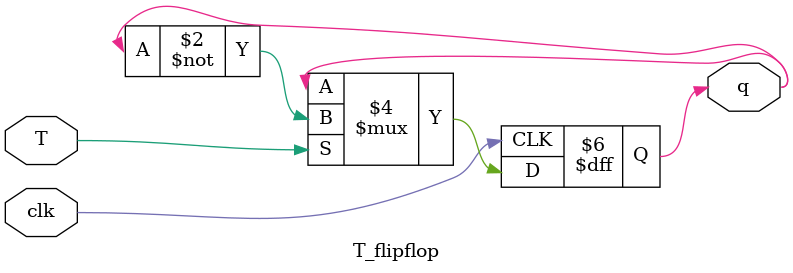
<source format=v>

module T_flipflop(T,clk,q);
    input T,clk;
    output reg q;

    initial q=0;  // need to initalized some values else displays x

    always @(posedge clk)
    begin
        if(T)
            q <= ~q;
    end
endmodule

</source>
